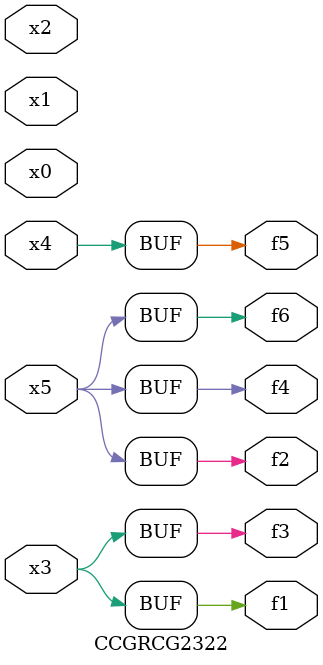
<source format=v>
module CCGRCG2322(
	input x0, x1, x2, x3, x4, x5,
	output f1, f2, f3, f4, f5, f6
);
	assign f1 = x3;
	assign f2 = x5;
	assign f3 = x3;
	assign f4 = x5;
	assign f5 = x4;
	assign f6 = x5;
endmodule

</source>
